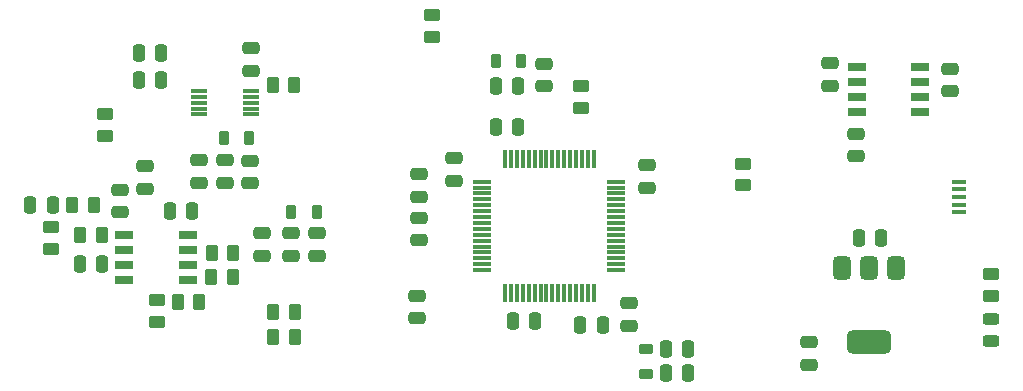
<source format=gbr>
%TF.GenerationSoftware,KiCad,Pcbnew,8.0.0*%
%TF.CreationDate,2024-10-11T15:27:58+02:00*%
%TF.ProjectId,imp_measure,696d705f-6d65-4617-9375-72652e6b6963,rev?*%
%TF.SameCoordinates,Original*%
%TF.FileFunction,Paste,Top*%
%TF.FilePolarity,Positive*%
%FSLAX46Y46*%
G04 Gerber Fmt 4.6, Leading zero omitted, Abs format (unit mm)*
G04 Created by KiCad (PCBNEW 8.0.0) date 2024-10-11 15:27:58*
%MOMM*%
%LPD*%
G01*
G04 APERTURE LIST*
G04 Aperture macros list*
%AMRoundRect*
0 Rectangle with rounded corners*
0 $1 Rounding radius*
0 $2 $3 $4 $5 $6 $7 $8 $9 X,Y pos of 4 corners*
0 Add a 4 corners polygon primitive as box body*
4,1,4,$2,$3,$4,$5,$6,$7,$8,$9,$2,$3,0*
0 Add four circle primitives for the rounded corners*
1,1,$1+$1,$2,$3*
1,1,$1+$1,$4,$5*
1,1,$1+$1,$6,$7*
1,1,$1+$1,$8,$9*
0 Add four rect primitives between the rounded corners*
20,1,$1+$1,$2,$3,$4,$5,0*
20,1,$1+$1,$4,$5,$6,$7,0*
20,1,$1+$1,$6,$7,$8,$9,0*
20,1,$1+$1,$8,$9,$2,$3,0*%
G04 Aperture macros list end*
%ADD10RoundRect,0.250000X-0.475000X0.250000X-0.475000X-0.250000X0.475000X-0.250000X0.475000X0.250000X0*%
%ADD11R,1.300000X0.450000*%
%ADD12RoundRect,0.250000X-0.450000X0.262500X-0.450000X-0.262500X0.450000X-0.262500X0.450000X0.262500X0*%
%ADD13RoundRect,0.250000X-0.250000X-0.475000X0.250000X-0.475000X0.250000X0.475000X-0.250000X0.475000X0*%
%ADD14RoundRect,0.250000X-0.262500X-0.450000X0.262500X-0.450000X0.262500X0.450000X-0.262500X0.450000X0*%
%ADD15RoundRect,0.250000X0.250000X0.475000X-0.250000X0.475000X-0.250000X-0.475000X0.250000X-0.475000X0*%
%ADD16RoundRect,0.250000X0.262500X0.450000X-0.262500X0.450000X-0.262500X-0.450000X0.262500X-0.450000X0*%
%ADD17RoundRect,0.075000X-0.700000X-0.075000X0.700000X-0.075000X0.700000X0.075000X-0.700000X0.075000X0*%
%ADD18RoundRect,0.075000X-0.075000X-0.700000X0.075000X-0.700000X0.075000X0.700000X-0.075000X0.700000X0*%
%ADD19RoundRect,0.250000X0.475000X-0.250000X0.475000X0.250000X-0.475000X0.250000X-0.475000X-0.250000X0*%
%ADD20RoundRect,0.218750X-0.218750X-0.381250X0.218750X-0.381250X0.218750X0.381250X-0.218750X0.381250X0*%
%ADD21RoundRect,0.243750X-0.456250X0.243750X-0.456250X-0.243750X0.456250X-0.243750X0.456250X0.243750X0*%
%ADD22R,1.500000X0.650000*%
%ADD23RoundRect,0.218750X0.381250X-0.218750X0.381250X0.218750X-0.381250X0.218750X-0.381250X-0.218750X0*%
%ADD24RoundRect,0.375000X-0.375000X0.625000X-0.375000X-0.625000X0.375000X-0.625000X0.375000X0.625000X0*%
%ADD25RoundRect,0.500000X-1.400000X0.500000X-1.400000X-0.500000X1.400000X-0.500000X1.400000X0.500000X0*%
%ADD26RoundRect,0.250000X0.450000X-0.262500X0.450000X0.262500X-0.450000X0.262500X-0.450000X-0.262500X0*%
%ADD27R,1.400000X0.300000*%
G04 APERTURE END LIST*
D10*
%TO.C,C32*%
X107094188Y-68183688D03*
X107094188Y-70083688D03*
%TD*%
D11*
%TO.C,J2*%
X171429188Y-72609188D03*
X171429188Y-71959188D03*
X171429188Y-71309188D03*
X171429188Y-70659188D03*
X171429188Y-70009188D03*
%TD*%
D12*
%TO.C,R4*%
X99100000Y-64287500D03*
X99100000Y-66112500D03*
%TD*%
D10*
%TO.C,C2*%
X158759188Y-83609188D03*
X158759188Y-85509188D03*
%TD*%
D13*
%TO.C,C35*%
X92800000Y-71950000D03*
X94700000Y-71950000D03*
%TD*%
D14*
%TO.C,R7*%
X96337500Y-71950000D03*
X98162500Y-71950000D03*
%TD*%
D13*
%TO.C,C28*%
X146606045Y-86209188D03*
X148506045Y-86209188D03*
%TD*%
D15*
%TO.C,C11*%
X141253988Y-82156587D03*
X139353988Y-82156587D03*
%TD*%
%TO.C,C9*%
X135559188Y-81809188D03*
X133659188Y-81809188D03*
%TD*%
D16*
%TO.C,R14*%
X107121688Y-80209188D03*
X105296688Y-80209188D03*
%TD*%
D10*
%TO.C,C31*%
X109253188Y-68183688D03*
X109253188Y-70083688D03*
%TD*%
D13*
%TO.C,C12*%
X132202588Y-65356587D03*
X134102588Y-65356587D03*
%TD*%
D12*
%TO.C,R15*%
X103509188Y-80046688D03*
X103509188Y-81871688D03*
%TD*%
%TO.C,R5*%
X153109188Y-68496688D03*
X153109188Y-70321688D03*
%TD*%
D13*
%TO.C,C6*%
X146606045Y-84146688D03*
X148506045Y-84146688D03*
%TD*%
D17*
%TO.C,U2*%
X131077588Y-69994188D03*
X131077588Y-70494188D03*
X131077588Y-70994188D03*
X131077588Y-71494188D03*
X131077588Y-71994188D03*
X131077588Y-72494188D03*
X131077588Y-72994188D03*
X131077588Y-73494188D03*
X131077588Y-73994188D03*
X131077588Y-74494188D03*
X131077588Y-74994188D03*
X131077588Y-75494188D03*
X131077588Y-75994188D03*
X131077588Y-76494188D03*
X131077588Y-76994188D03*
X131077588Y-77494188D03*
D18*
X133002588Y-79419188D03*
X133502588Y-79419188D03*
X134002588Y-79419188D03*
X134502588Y-79419188D03*
X135002588Y-79419188D03*
X135502588Y-79419188D03*
X136002588Y-79419188D03*
X136502588Y-79419188D03*
X137002588Y-79419188D03*
X137502588Y-79419188D03*
X138002588Y-79419188D03*
X138502588Y-79419188D03*
X139002588Y-79419188D03*
X139502588Y-79419188D03*
X140002588Y-79419188D03*
X140502588Y-79419188D03*
D17*
X142427588Y-77494188D03*
X142427588Y-76994188D03*
X142427588Y-76494188D03*
X142427588Y-75994188D03*
X142427588Y-75494188D03*
X142427588Y-74994188D03*
X142427588Y-74494188D03*
X142427588Y-73994188D03*
X142427588Y-73494188D03*
X142427588Y-72994188D03*
X142427588Y-72494188D03*
X142427588Y-71994188D03*
X142427588Y-71494188D03*
X142427588Y-70994188D03*
X142427588Y-70494188D03*
X142427588Y-69994188D03*
D18*
X140502588Y-68069188D03*
X140002588Y-68069188D03*
X139502588Y-68069188D03*
X139002588Y-68069188D03*
X138502588Y-68069188D03*
X138002588Y-68069188D03*
X137502588Y-68069188D03*
X137002588Y-68069188D03*
X136502588Y-68069188D03*
X136002588Y-68069188D03*
X135502588Y-68069188D03*
X135002588Y-68069188D03*
X134502588Y-68069188D03*
X134002588Y-68069188D03*
X133502588Y-68069188D03*
X133002588Y-68069188D03*
%TD*%
D19*
%TO.C,C7*%
X143458188Y-82178188D03*
X143458188Y-80278188D03*
%TD*%
D12*
%TO.C,R2*%
X139394188Y-61900688D03*
X139394188Y-63725688D03*
%TD*%
D13*
%TO.C,C25*%
X104609188Y-72459188D03*
X106509188Y-72459188D03*
%TD*%
D10*
%TO.C,C18*%
X102500000Y-68700000D03*
X102500000Y-70600000D03*
%TD*%
%TO.C,C21*%
X117114188Y-74354188D03*
X117114188Y-76254188D03*
%TD*%
%TO.C,C22*%
X114915188Y-74359188D03*
X114915188Y-76259188D03*
%TD*%
D19*
%TO.C,C33*%
X162751988Y-67827188D03*
X162751988Y-65927188D03*
%TD*%
D10*
%TO.C,C23*%
X112415188Y-74359188D03*
X112415188Y-76259188D03*
%TD*%
%TO.C,C29*%
X100400000Y-70700000D03*
X100400000Y-72600000D03*
%TD*%
D13*
%TO.C,C19*%
X97000000Y-76950000D03*
X98900000Y-76950000D03*
%TD*%
D20*
%TO.C,FB3*%
X109206688Y-66339688D03*
X111331688Y-66339688D03*
%TD*%
D16*
%TO.C,R9*%
X115160688Y-61797188D03*
X113335688Y-61797188D03*
%TD*%
D19*
%TO.C,C16*%
X125709188Y-71259188D03*
X125709188Y-69359188D03*
%TD*%
D21*
%TO.C,D1*%
X174109188Y-81634188D03*
X174109188Y-83509188D03*
%TD*%
D22*
%TO.C,IC2*%
X168168188Y-64109188D03*
X168168188Y-62839188D03*
X168168188Y-61569188D03*
X168168188Y-60299188D03*
X162768188Y-60299188D03*
X162768188Y-61569188D03*
X162768188Y-62839188D03*
X162768188Y-64109188D03*
%TD*%
D19*
%TO.C,C26*%
X170709188Y-62359188D03*
X170709188Y-60459188D03*
%TD*%
D23*
%TO.C,FB4*%
X144889045Y-86255688D03*
X144889045Y-84130688D03*
%TD*%
D20*
%TO.C,FB2*%
X114908688Y-72576188D03*
X117033688Y-72576188D03*
%TD*%
D14*
%TO.C,R13*%
X108096688Y-78059188D03*
X109921688Y-78059188D03*
%TD*%
D10*
%TO.C,C27*%
X160509188Y-59959188D03*
X160509188Y-61859188D03*
%TD*%
D19*
%TO.C,C10*%
X128703988Y-69906587D03*
X128703988Y-68006587D03*
%TD*%
D24*
%TO.C,U1*%
X166129188Y-77284188D03*
X163829188Y-77284188D03*
D25*
X163829188Y-83584188D03*
D24*
X161529188Y-77284188D03*
%TD*%
D26*
%TO.C,R6*%
X94550000Y-75662500D03*
X94550000Y-73837500D03*
%TD*%
D19*
%TO.C,C5*%
X111454188Y-60588188D03*
X111454188Y-58688188D03*
%TD*%
D10*
%TO.C,C15*%
X125551188Y-79643188D03*
X125551188Y-81543188D03*
%TD*%
D13*
%TO.C,C1*%
X162959188Y-74809188D03*
X164859188Y-74809188D03*
%TD*%
D12*
%TO.C,R3*%
X126809188Y-55909188D03*
X126809188Y-57734188D03*
%TD*%
D10*
%TO.C,C30*%
X111409188Y-68209188D03*
X111409188Y-70109188D03*
%TD*%
%TO.C,C17*%
X125709188Y-73059188D03*
X125709188Y-74959188D03*
%TD*%
D16*
%TO.C,R11*%
X115171688Y-83109188D03*
X113346688Y-83109188D03*
%TD*%
D15*
%TO.C,C4*%
X103909188Y-61416188D03*
X102009188Y-61416188D03*
%TD*%
D27*
%TO.C,IC1*%
X107095188Y-62309188D03*
X107095188Y-62809188D03*
X107095188Y-63309188D03*
X107095188Y-63809188D03*
X107095188Y-64309188D03*
X111495188Y-64309188D03*
X111495188Y-63809188D03*
X111495188Y-63309188D03*
X111495188Y-62809188D03*
X111495188Y-62309188D03*
%TD*%
D20*
%TO.C,FB1*%
X132196688Y-59759188D03*
X134321688Y-59759188D03*
%TD*%
D13*
%TO.C,C13*%
X132209188Y-61859188D03*
X134109188Y-61859188D03*
%TD*%
D14*
%TO.C,R12*%
X108146688Y-76009188D03*
X109971688Y-76009188D03*
%TD*%
D26*
%TO.C,R1*%
X174129188Y-79684188D03*
X174129188Y-77859188D03*
%TD*%
D14*
%TO.C,R8*%
X97037500Y-74500000D03*
X98862500Y-74500000D03*
%TD*%
%TO.C,R10*%
X113346688Y-81059188D03*
X115171688Y-81059188D03*
%TD*%
D15*
%TO.C,C3*%
X103909188Y-59066188D03*
X102009188Y-59066188D03*
%TD*%
D10*
%TO.C,C8*%
X145003988Y-68594188D03*
X145003988Y-70494188D03*
%TD*%
D22*
%TO.C,IC4*%
X106173188Y-78314188D03*
X106173188Y-77044188D03*
X106173188Y-75774188D03*
X106173188Y-74504188D03*
X100773188Y-74504188D03*
X100773188Y-75774188D03*
X100773188Y-77044188D03*
X100773188Y-78314188D03*
%TD*%
D10*
%TO.C,C14*%
X136259188Y-60009188D03*
X136259188Y-61909188D03*
%TD*%
M02*

</source>
